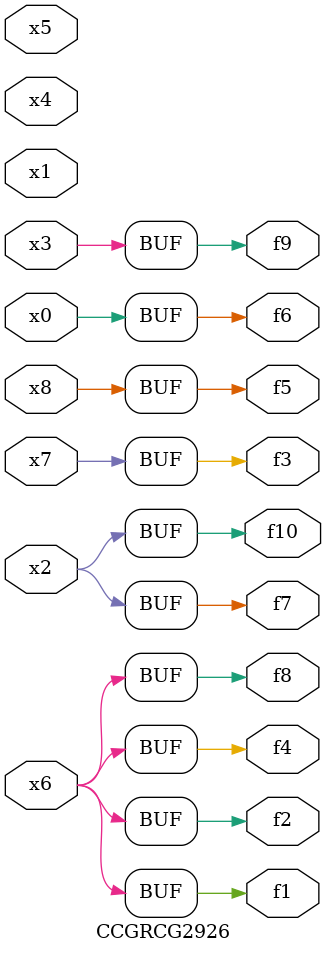
<source format=v>
module CCGRCG2926(
	input x0, x1, x2, x3, x4, x5, x6, x7, x8,
	output f1, f2, f3, f4, f5, f6, f7, f8, f9, f10
);
	assign f1 = x6;
	assign f2 = x6;
	assign f3 = x7;
	assign f4 = x6;
	assign f5 = x8;
	assign f6 = x0;
	assign f7 = x2;
	assign f8 = x6;
	assign f9 = x3;
	assign f10 = x2;
endmodule

</source>
